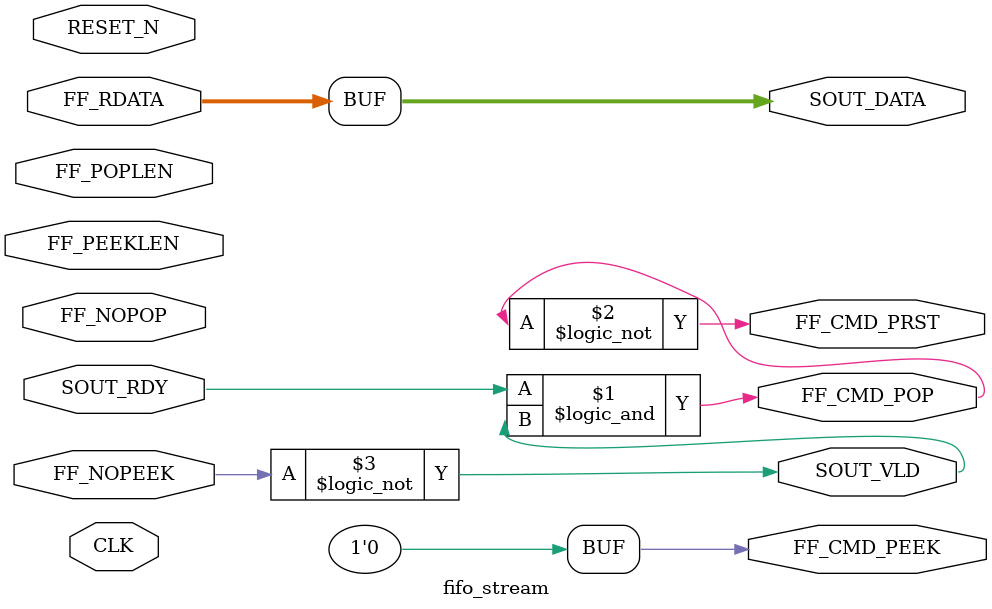
<source format=v>



module fifo_stream(
CLK, RESET_N, FF_CMD_PEEK, FF_CMD_POP, FF_CMD_PRST, FF_RDATA,
FF_PEEKLEN, FF_POPLEN, FF_NOPEEK, FF_NOPOP, SOUT_RDY, SOUT_VLD,
SOUT_DATA
);
parameter FF_ADDR_BITS = 8;
parameter DATA_BITS = 32;
parameter DOUT_REGISTER = 1;
input CLK;
input RESET_N;
output FF_CMD_PEEK;
output FF_CMD_POP;
output FF_CMD_PRST;
input [DATA_BITS-1:0] FF_RDATA;
input [FF_ADDR_BITS:0] FF_PEEKLEN;
input [FF_ADDR_BITS:0] FF_POPLEN;
input FF_NOPEEK;
input FF_NOPOP;
input wire SOUT_RDY;
output wire SOUT_VLD;
output wire [DATA_BITS-1:0] SOUT_DATA;

assign FF_CMD_PEEK = 0;
assign FF_CMD_POP = SOUT_RDY && SOUT_VLD;
assign FF_CMD_PRST = !FF_CMD_POP;
assign SOUT_VLD = !FF_NOPEEK;
assign SOUT_DATA = FF_RDATA;

/*
reg [1:0] state;
reg [1:0] ff_cmd;
reg [2:0] peek_valid_r;

assign FF_CMD_PEEK = ff_cmd == 2;
assign FF_CMD_POP = ff_cmd == 3;
assign FF_CMD_PRST = ff_cmd == 0;
assign SOUT_VLD = peek_valid_r[0 + DOUT_REGISTER];
assign SOUT_DATA = FF_RDATA;

always @(posedge CLK) begin
    peek_valid_r <= { peek_valid_r, (!FF_NOPEEK) && (ff_cmd != 0) };
    if (!RESET_N) begin
	   state <= 0;
	   ff_cmd <= 0;
	   peek_valid_r <= 0;
    end else begin
        if (state == 0) begin
            if (SOUT_RDY && !FF_NOPEEK) begin
                ff_cmd <= 2; // PEEK
                state <= 1;
            end
        end else if (state == 1) begin
            ff_cmd <= (SOUT_VLD && SOUT_RDY) ? 3 : 2; // POP or PEEK
            if (!SOUT_RDY) begin
                ff_cmd <= 0;
                peek_valid_r <= 0;
                state <= 0;
            end
        end
    end
end
*/

endmodule

</source>
